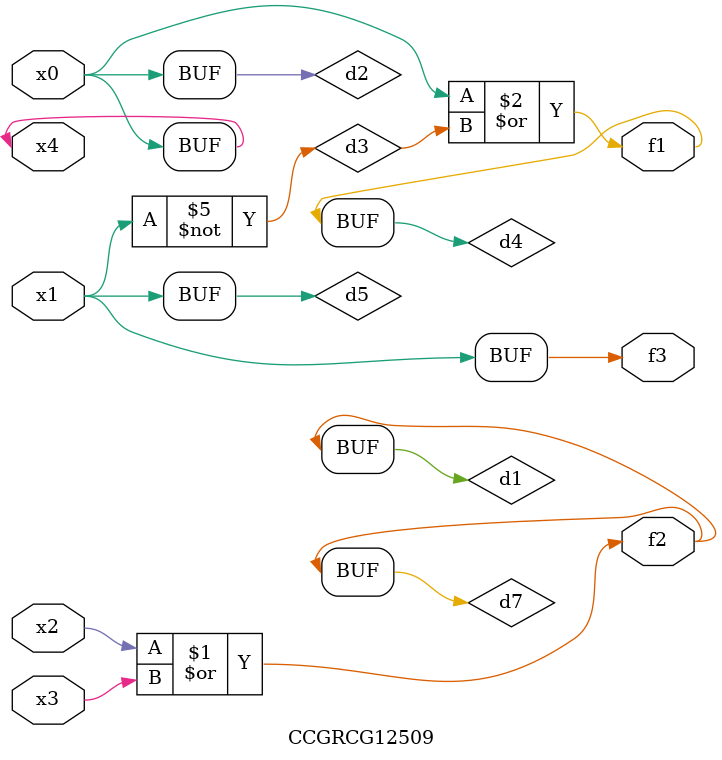
<source format=v>
module CCGRCG12509(
	input x0, x1, x2, x3, x4,
	output f1, f2, f3
);

	wire d1, d2, d3, d4, d5, d6, d7;

	or (d1, x2, x3);
	buf (d2, x0, x4);
	not (d3, x1);
	or (d4, d2, d3);
	not (d5, d3);
	nand (d6, d1, d3);
	or (d7, d1);
	assign f1 = d4;
	assign f2 = d7;
	assign f3 = d5;
endmodule

</source>
